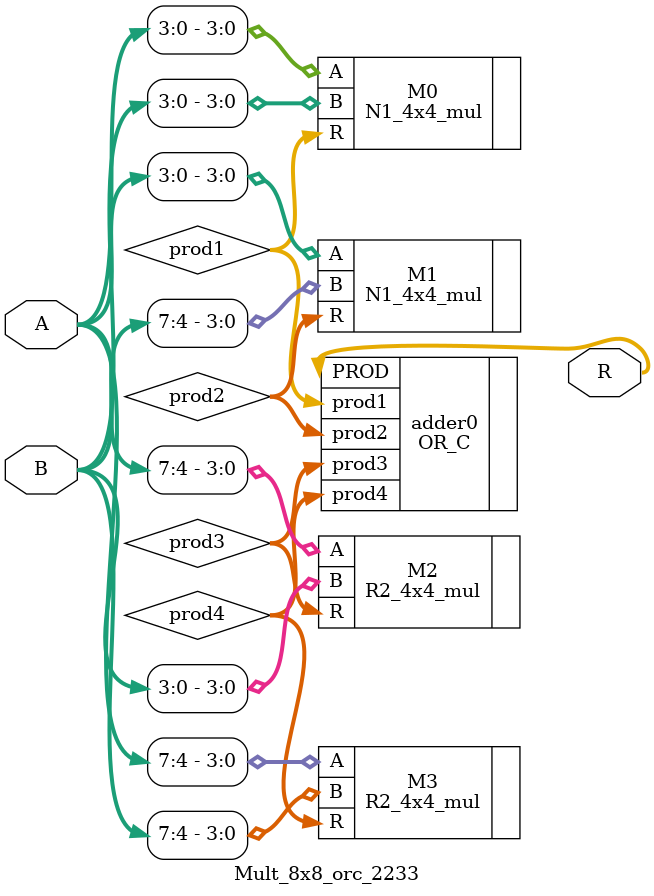
<source format=v>
module Mult_8x8_orc_2233(
input [7:0] A,
input [7:0] B,
output [15:0]R
);
wire [7:0]prod1;
wire [7:0]prod2;
wire [7:0]prod3;
wire [7:0]prod4;

N1_4x4_mul M0(.A(A[3:0]),.B(B[3:0]),.R(prod1));
N1_4x4_mul M1(.A(A[3:0]),.B(B[7:4]),.R(prod2));
R2_4x4_mul M2(.A(A[7:4]),.B(B[3:0]),.R(prod3));
R2_4x4_mul M3(.A(A[7:4]),.B(B[7:4]),.R(prod4));
OR_C adder0(.prod1(prod1),.prod2(prod2),.prod3(prod3),.prod4(prod4),.PROD(R));
endmodule

</source>
